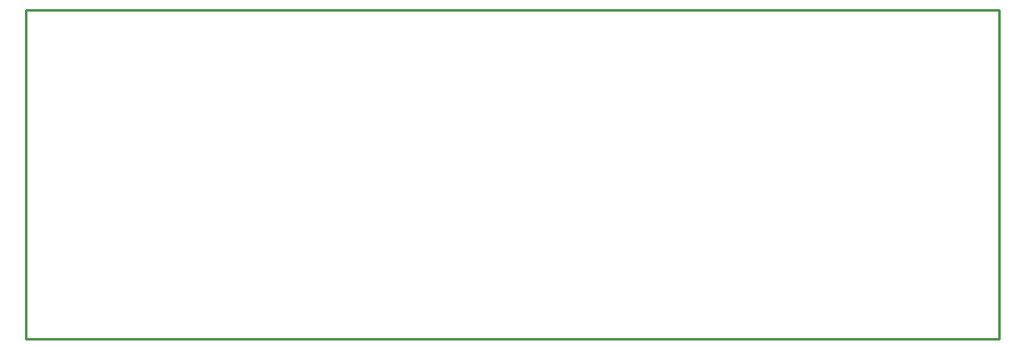
<source format=gm1>
%FSLAX25Y25*%
%MOIN*%
G70*
G01*
G75*
G04 Layer_Color=16711935*
%ADD10R,0.05118X0.05906*%
%ADD11R,0.08661X0.05906*%
%ADD12R,0.05906X0.05118*%
G04:AMPARAMS|DCode=13|XSize=9.84mil|YSize=61.02mil|CornerRadius=0mil|HoleSize=0mil|Usage=FLASHONLY|Rotation=45.000|XOffset=0mil|YOffset=0mil|HoleType=Round|Shape=Round|*
%AMOVALD13*
21,1,0.05118,0.00984,0.00000,0.00000,135.0*
1,1,0.00984,0.01810,-0.01810*
1,1,0.00984,-0.01810,0.01810*
%
%ADD13OVALD13*%

G04:AMPARAMS|DCode=14|XSize=9.84mil|YSize=61.02mil|CornerRadius=0mil|HoleSize=0mil|Usage=FLASHONLY|Rotation=315.000|XOffset=0mil|YOffset=0mil|HoleType=Round|Shape=Round|*
%AMOVALD14*
21,1,0.05118,0.00984,0.00000,0.00000,45.0*
1,1,0.00984,-0.01810,-0.01810*
1,1,0.00984,0.01810,0.01810*
%
%ADD14OVALD14*%

%ADD15R,0.08012X0.05906*%
%ADD16R,0.05906X0.08012*%
%ADD17C,0.03937*%
%ADD18C,0.01000*%
%ADD19C,0.06000*%
%ADD20R,0.05906X0.05906*%
%ADD21C,0.05906*%
%ADD22C,0.07087*%
%ADD23R,0.05906X0.05906*%
%ADD24C,0.05512*%
%ADD25C,0.02756*%
G04:AMPARAMS|DCode=26|XSize=59.06mil|YSize=51.18mil|CornerRadius=0mil|HoleSize=0mil|Usage=FLASHONLY|Rotation=315.000|XOffset=0mil|YOffset=0mil|HoleType=Round|Shape=Rectangle|*
%AMROTATEDRECTD26*
4,1,4,-0.03897,0.00278,-0.00278,0.03897,0.03897,-0.00278,0.00278,-0.03897,-0.03897,0.00278,0.0*
%
%ADD26ROTATEDRECTD26*%

G04:AMPARAMS|DCode=27|XSize=59.06mil|YSize=51.18mil|CornerRadius=0mil|HoleSize=0mil|Usage=FLASHONLY|Rotation=45.000|XOffset=0mil|YOffset=0mil|HoleType=Round|Shape=Rectangle|*
%AMROTATEDRECTD27*
4,1,4,-0.00278,-0.03897,-0.03897,-0.00278,0.00278,0.03897,0.03897,0.00278,-0.00278,-0.03897,0.0*
%
%ADD27ROTATEDRECTD27*%

%ADD28R,0.05906X0.08661*%
%ADD29R,0.03740X0.07480*%
%ADD30R,0.21654X0.27165*%
%ADD31R,0.07874X0.05118*%
%ADD32C,0.03740*%
%ADD33C,0.02362*%
%ADD34C,0.00394*%
%ADD35C,0.00787*%
%ADD36C,0.00800*%
%ADD37C,0.00100*%
%ADD38C,0.00591*%
%ADD39R,0.04000X0.04000*%
%ADD40R,0.05709X0.06496*%
%ADD41R,0.09252X0.06496*%
%ADD42R,0.06496X0.05709*%
%ADD43R,0.08603X0.06496*%
%ADD44R,0.06496X0.08603*%
%ADD45C,0.06591*%
%ADD46R,0.06496X0.06496*%
%ADD47C,0.06496*%
%ADD48C,0.07677*%
%ADD49R,0.06496X0.06496*%
%ADD50C,0.06102*%
G04:AMPARAMS|DCode=51|XSize=64.96mil|YSize=57.09mil|CornerRadius=0mil|HoleSize=0mil|Usage=FLASHONLY|Rotation=315.000|XOffset=0mil|YOffset=0mil|HoleType=Round|Shape=Rectangle|*
%AMROTATEDRECTD51*
4,1,4,-0.04315,0.00278,-0.00278,0.04315,0.04315,-0.00278,0.00278,-0.04315,-0.04315,0.00278,0.0*
%
%ADD51ROTATEDRECTD51*%

G04:AMPARAMS|DCode=52|XSize=64.96mil|YSize=57.09mil|CornerRadius=0mil|HoleSize=0mil|Usage=FLASHONLY|Rotation=45.000|XOffset=0mil|YOffset=0mil|HoleType=Round|Shape=Rectangle|*
%AMROTATEDRECTD52*
4,1,4,-0.00278,-0.04315,-0.04315,-0.00278,0.00278,0.04315,0.04315,0.00278,-0.00278,-0.04315,0.0*
%
%ADD52ROTATEDRECTD52*%

%ADD53R,0.06496X0.09252*%
%ADD54R,0.04331X0.08071*%
%ADD55R,0.22244X0.27756*%
%ADD56R,0.08465X0.05709*%
%ADD57C,0.00984*%
D18*
X50000Y50000D02*
Y182000D01*
X50000Y182000D01*
X440000D01*
X440000Y182000D01*
Y50000D02*
Y182000D01*
X440000Y50000D02*
X440000Y50000D01*
X50000Y50000D02*
X440000D01*
M02*

</source>
